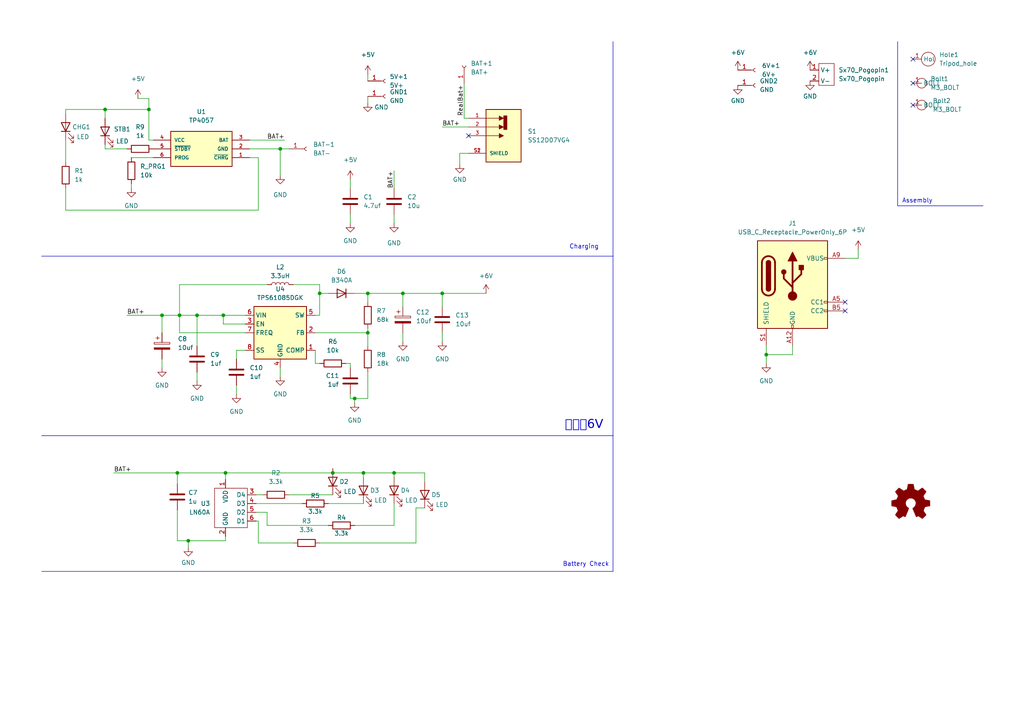
<source format=kicad_sch>
(kicad_sch (version 20231120) (generator "eeschema") (generator_version "8.0")
  (paper "A4")
  (title_block (title "Powerpack for SX70 ") (date "2024-09-09") (rev "2") (company "ZS Liu"))
  (lib_symbols
    (symbol "Connector:Conn_01x01_Female" (pin_names (offset 1.016) hide)
      (property "Reference" "J" (at 0 2.54 0))
      (property "Value" "Conn_01x01_Female" (at 0 -2.54 0))
      (symbol "Conn_01x01_Female_1_1"
        (polyline (pts (xy -1.27 0) (xy -0.508 0)) (stroke (width 0.1524)))
        (arc (start 0 0.508) (mid -0.5058 0) (end 0 -0.508) (stroke (width 0.1524)))
        (pin passive line (at -5.08 0 0) (length 3.81) (name "Pin_1") (number "1"))
      )
    )
    (symbol "Connector:USB_C_Receptacle_PowerOnly_6P" (pin_names (offset 1.016))
      (property "Reference" "J" (at 0 16.51 0))
      (property "Value" "USB_C_Receptacle_PowerOnly_6P" (at 0 13.97 0))
      (symbol "USB_C_Receptacle_PowerOnly_6P_0_0"
        (rectangle (start -0.254 -12.7) (end 0.254 -11.684))
        (rectangle (start 10.16 -7.366) (end 9.144 -7.874))
        (rectangle (start 10.16 -4.826) (end 9.144 -5.334))
        (rectangle (start 10.16 7.874) (end 9.144 7.366))
      )
      (symbol "USB_C_Receptacle_PowerOnly_6P_0_1"
        (rectangle (start -10.16 12.7) (end 10.16 -12.7) (stroke (width 0.254)) (fill (type background)))
        (arc (start -8.89 -1.27) (mid -6.985 -3.1667) (end -5.08 -1.27) (stroke (width 0.508)))
        (arc (start -7.62 -1.27) (mid -6.985 -1.9023) (end -6.35 -1.27) (stroke (width 0.254)))
        (arc (start -7.62 -1.27) (mid -6.985 -1.9023) (end -6.35 -1.27) (stroke (width 0.254)) (fill (type outline)))
        (rectangle (start -7.62 -1.27) (end -6.35 6.35) (stroke (width 0.254)) (fill (type outline)))
        (arc (start -6.35 6.35) (mid -6.985 6.9823) (end -7.62 6.35) (stroke (width 0.254)))
        (arc (start -6.35 6.35) (mid -6.985 6.9823) (end -7.62 6.35) (stroke (width 0.254)) (fill (type outline)))
        (arc (start -5.08 6.35) (mid -6.985 8.2467) (end -8.89 6.35) (stroke (width 0.508)))
        (circle (center -2.54 3.683) (radius 0.635) (stroke (width 0.254)) (fill (type outline)))
        (circle (center 0 -3.302) (radius 1.27) (fill (type outline)))
        (polyline (pts (xy -8.89 -1.27) (xy -8.89 6.35)) (stroke (width 0.508)))
        (polyline (pts (xy -5.08 6.35) (xy -5.08 -1.27)) (stroke (width 0.508)))
        (polyline (pts (xy 0 -3.302) (xy 0 6.858)) (stroke (width 0.508)))
        (polyline (pts (xy 0 -0.762) (xy -2.54 1.778) (xy -2.54 3.048)) (stroke (width 0.508)))
        (polyline (pts (xy 0 0.508) (xy 2.54 3.048) (xy 2.54 4.318)) (stroke (width 0.508)))
        (polyline (pts (xy -1.27 6.858) (xy 0 9.398) (xy 1.27 6.858) (xy -1.27 6.858)) (stroke (width 0.254)) (fill (type outline)))
        (rectangle (start 1.905 4.318) (end 3.175 5.588) (stroke (width 0.254)) (fill (type outline)))
      )
      (symbol "USB_C_Receptacle_PowerOnly_6P_1_1"
        (pin passive line (at 0 -17.78 90) (length 5.08) (name "GND") (number "A12"))
        (pin bidirectional line (at 15.24 -5.08 180) (length 5.08) (name "CC1") (number "A5"))
        (pin passive line (at 15.24 7.62 180) (length 5.08) (name "VBUS") (number "A9"))
        (pin passive line (at 0 -17.78 90) (length 5.08) hide (name "GND") (number "B12"))
        (pin bidirectional line (at 15.24 -7.62 180) (length 5.08) (name "CC2") (number "B5"))
        (pin passive line (at 15.24 7.62 180) (length 5.08) hide (name "VBUS") (number "B9"))
        (pin passive line (at -7.62 -17.78 90) (length 5.08) (name "SHIELD") (number "S1"))
      )
    )
    (symbol "Device:C" (pin_numbers hide) (pin_names (offset 0.254))
      (property "Reference" "C" (at 0.635 2.54 0))
      (property "Value" "C" (at 0.635 -2.54 0))
      (symbol "C_0_1"
        (polyline (pts (xy -2.032 -0.762) (xy 2.032 -0.762)) (stroke (width 0.508)))
        (polyline (pts (xy -2.032 0.762) (xy 2.032 0.762)) (stroke (width 0.508)))
      )
      (symbol "C_1_1"
        (pin passive line (at 0 3.81 270) (length 2.794) (name "~") (number "1"))
        (pin passive line (at 0 -3.81 90) (length 2.794) (name "~") (number "2"))
      )
    )
    (symbol "Device:C_Polarized" (pin_numbers hide) (pin_names (offset 0.254))
      (property "Reference" "C" (at 0.635 2.54 0))
      (property "Value" "C_Polarized" (at 0.635 -2.54 0))
      (symbol "C_Polarized_0_1"
        (rectangle (start -2.286 0.508) (end 2.286 1.016))
        (polyline (pts (xy -1.778 2.286) (xy -0.762 2.286)))
        (polyline (pts (xy -1.27 2.794) (xy -1.27 1.778)))
        (rectangle (start 2.286 -0.508) (end -2.286 -1.016) (fill (type outline)))
      )
      (symbol "C_Polarized_1_1"
        (pin passive line (at 0 3.81 270) (length 2.794) (name "~") (number "1"))
        (pin passive line (at 0 -3.81 90) (length 2.794) (name "~") (number "2"))
      )
    )
    (symbol "Device:D" (pin_numbers hide) (pin_names (offset 1.016) hide)
      (property "Reference" "D" (at 0 2.54 0))
      (property "Value" "D" (at 0 -2.54 0))
      (symbol "D_0_1"
        (polyline (pts (xy -1.27 1.27) (xy -1.27 -1.27)) (stroke (width 0.254)))
        (polyline (pts (xy 1.27 0) (xy -1.27 0)))
        (polyline (pts (xy 1.27 1.27) (xy 1.27 -1.27) (xy -1.27 0) (xy 1.27 1.27)) (stroke (width 0.254)))
      )
      (symbol "D_1_1"
        (pin passive line (at -3.81 0 0) (length 2.54) (name "K") (number "1"))
        (pin passive line (at 3.81 0 180) (length 2.54) (name "A") (number "2"))
      )
    )
    (symbol "Device:L" (pin_numbers hide) (pin_names (offset 1.016) hide)
      (property "Reference" "L" (at -1.27 0 90))
      (property "Value" "L" (at 1.905 0 90))
      (symbol "L_0_1"
        (arc (start 0 -2.54) (mid 0.6323 -1.905) (end 0 -1.27))
        (arc (start 0 -1.27) (mid 0.6323 -0.635) (end 0 0))
        (arc (start 0 0) (mid 0.6323 0.635) (end 0 1.27))
        (arc (start 0 1.27) (mid 0.6323 1.905) (end 0 2.54))
      )
      (symbol "L_1_1"
        (pin passive line (at 0 3.81 270) (length 1.27) (name "1") (number "1"))
        (pin passive line (at 0 -3.81 90) (length 1.27) (name "2") (number "2"))
      )
    )
    (symbol "Device:LED" (pin_numbers hide) (pin_names (offset 1.016) hide)
      (property "Reference" "D" (at 0 2.54 0))
      (property "Value" "LED" (at 0 -2.54 0))
      (symbol "LED_0_1"
        (polyline (pts (xy -1.27 -1.27) (xy -1.27 1.27)) (stroke (width 0.254)))
        (polyline (pts (xy -1.27 0) (xy 1.27 0)))
        (polyline (pts (xy 1.27 -1.27) (xy 1.27 1.27) (xy -1.27 0) (xy 1.27 -1.27)) (stroke (width 0.254)))
        (polyline (pts (xy -3.048 -0.762) (xy -4.572 -2.286) (xy -3.81 -2.286) (xy -4.572 -2.286) (xy -4.572 -1.524)))
        (polyline (pts (xy -1.778 -0.762) (xy -3.302 -2.286) (xy -2.54 -2.286) (xy -3.302 -2.286) (xy -3.302 -1.524)))
      )
      (symbol "LED_1_1"
        (pin passive line (at -3.81 0 0) (length 2.54) (name "K") (number "1"))
        (pin passive line (at 3.81 0 180) (length 2.54) (name "A") (number "2"))
      )
    )
    (symbol "Device:R" (pin_numbers hide) (pin_names (offset 0))
      (property "Reference" "R" (at 2.032 0 90))
      (property "Value" "R" (at 0 0 90))
      (symbol "R_0_1"
        (rectangle (start -1.016 -2.54) (end 1.016 2.54) (stroke (width 0.254)))
      )
      (symbol "R_1_1"
        (pin passive line (at 0 3.81 270) (length 1.27) (name "~") (number "1"))
        (pin passive line (at 0 -3.81 90) (length 1.27) (name "~") (number "2"))
      )
    )
    (symbol "Graphic:Logo_Open_Hardware_Small" (in_bom no) (on_board no)
      (symbol "Logo_Open_Hardware_Small_0_1"
        (polyline (pts (xy 3.3528 -4.3434) (xy 3.302 -4.318) (xy 3.175 -4.2418) (xy 2.9972 -4.1148) (xy 2.7686 -3.9624) (xy 2.54 -3.81) (xy 2.3622 -3.7084) (xy 2.2352 -3.6068) (xy 2.1844 -3.5814) (xy 2.159 -3.6068) (xy 2.0574 -3.6576) (xy 1.905 -3.7338) (xy 1.8034 -3.7846) (xy 1.6764 -3.8354) (xy 1.6002 -3.8354) (xy 1.6002 -3.8354) (xy 1.5494 -3.7338) (xy 1.4732 -3.5306) (xy 1.3462 -3.302) (xy 1.2446 -3.0226) (xy 1.1176 -2.7178) (xy 0.9652 -2.413) (xy 0.8636 -2.1082) (xy 0.7366 -1.8288) (xy 0.6604 -1.6256) (xy 0.6096 -1.4732) (xy 0.5842 -1.397) (xy 0.5842 -1.397) (xy 0.6604 -1.3208) (xy 0.7874 -1.2446) (xy 1.0414 -1.016) (xy 1.2954 -0.6858) (xy 1.4478 -0.3302) (xy 1.524 0.0762) (xy 1.4732 0.4572) (xy 1.3208 0.8128) (xy 1.0668 1.143) (xy 0.762 1.3716) (xy 0.4064 1.524) (xy 0 1.5748) (xy -0.381 1.5494) (xy -0.7366 1.397) (xy -1.0668 1.143) (xy -1.2192 0.9906) (xy -1.397 0.6604) (xy -1.524 0.3048) (xy -1.524 0.2286) (xy -1.4986 -0.1778) (xy -1.397 -0.5334) (xy -1.1938 -0.8636) (xy -0.9144 -1.143) (xy -0.8636 -1.1684) (xy -0.7366 -1.27) (xy -0.635 -1.3462) (xy -0.5842 -1.397) (xy -1.0668 -2.5908) (xy -1.143 -2.794) (xy -1.2954 -3.1242) (xy -1.397 -3.4036) (xy -1.4986 -3.6322) (xy -1.5748 -3.7846) (xy -1.6002 -3.8354) (xy -1.6002 -3.8354) (xy -1.651 -3.8354) (xy -1.7272 -3.81) (xy -1.905 -3.7338) (xy -2.0066 -3.683) (xy -2.1336 -3.6068) (xy -2.2098 -3.5814) (xy -2.2606 -3.6068) (xy -2.3622 -3.683) (xy -2.54 -3.81) (xy -2.7686 -3.9624) (xy -2.9718 -4.0894) (xy -3.1496 -4.2164) (xy -3.302 -4.318) (xy -3.3528 -4.3434) (xy -3.3782 -4.3434) (xy -3.429 -4.318) (xy -3.5306 -4.2164) (xy -3.7084 -4.064) (xy -3.937 -3.8354) (xy -3.9624 -3.81) (xy -4.1656 -3.6068) (xy -4.318 -3.4544) (xy -4.4196 -3.3274) (xy -4.445 -3.2766) (xy -4.445 -3.2766) (xy -4.4196 -3.2258) (xy -4.318 -3.0734) (xy -4.2164 -2.8956) (xy -4.064 -2.667) (xy -3.6576 -2.0828) (xy -3.8862 -1.5494) (xy -3.937 -1.3716) (xy -4.0386 -1.1684) (xy -4.0894 -1.0414) (xy -4.1148 -0.9652) (xy -4.191 -0.9398) (xy -4.318 -0.9144) (xy -4.5466 -0.8636) (xy -4.8006 -0.8128) (xy -5.0546 -0.7874) (xy -5.2578 -0.7366) (xy -5.4356 -0.7112) (xy -5.5118 -0.6858) (xy -5.5118 -0.6858) (xy -5.5372 -0.635) (xy -5.5372 -0.5588) (xy -5.5372 -0.4318) (xy -5.5626 -0.2286) (xy -5.5626 0.0762) (xy -5.5626 0.127) (xy -5.5372 0.4064) (xy -5.5372 0.635) (xy -5.5372 0.762) (xy -5.5372 0.8382) (xy -5.5372 0.8382) (xy -5.461 0.8382) (xy -5.3086 0.889) (xy -5.08 0.9144) (xy -4.826 0.9652) (xy -4.8006 0.9906) (xy -4.5466 1.0414) (xy -4.318 1.0668) (xy -4.1656 1.1176) (xy -4.0894 1.143) (xy -4.0894 1.143) (xy -4.0386 1.2446) (xy -3.9624 1.4224) (xy -3.8608 1.6256) (xy -3.7846 1.8288) (xy -3.7084 2.0066) (xy -3.6576 2.159) (xy -3.6322 2.2098) (xy -3.6322 2.2098) (xy -3.683 2.286) (xy -3.7592 2.413) (xy -3.8862 2.5908) (xy -4.064 2.8194) (xy -4.064 2.8448) (xy -4.2164 3.0734) (xy -4.3434 3.2512) (xy -4.4196 3.3782) (xy -4.445 3.4544) (xy -4.445 3.4544) (xy -4.3942 3.5052) (xy -4.2926 3.6322) (xy -4.1148 3.81) (xy -3.937 4.0132) (xy -3.8608 4.064) (xy -3.6576 4.2926) (xy -3.5052 4.4196) (xy -3.4036 4.4958) (xy -3.3528 4.5212) (xy -3.3528 4.5212) (xy -3.302 4.4704) (xy -3.1496 4.3688) (xy -2.9718 4.2418) (xy -2.7432 4.0894) (xy -2.7178 4.0894) (xy -2.4892 3.937) (xy -2.3114 3.81) (xy -2.1844 3.7084) (xy -2.1336 3.683) (xy -2.1082 3.683) (xy -2.032 3.7084) (xy -1.8542 3.7592) (xy -1.6764 3.8354) (xy -1.4732 3.937) (xy -1.27 4.0132) (xy -1.143 4.064) (xy -1.0668 4.1148) (xy -1.0668 4.1148) (xy -1.0414 4.191) (xy -1.016 4.3434) (xy -0.9652 4.572) (xy -0.9144 4.8514) (xy -0.889 4.9022) (xy -0.8382 5.1562) (xy -0.8128 5.3848) (xy -0.7874 5.5372) (xy -0.762 5.588) (xy -0.7112 5.6134) (xy -0.5842 5.6134) (xy -0.4064 5.6134) (xy -0.1524 5.6134) (xy 0.0762 5.6134) (xy 0.3302 5.6134) (xy 0.5334 5.6134) (xy 0.6858 5.588) (xy 0.7366 5.588) (xy 0.7366 5.588) (xy 0.762 5.5118) (xy 0.8128 5.334) (xy 0.8382 5.1054) (xy 0.9144 4.826) (xy 0.9144 4.7752) (xy 0.9652 4.5212) (xy 1.016 4.2926) (xy 1.0414 4.1402) (xy 1.0668 4.0894) (xy 1.0668 4.0894) (xy 1.1938 4.0386) (xy 1.3716 3.9624) (xy 1.5748 3.8608) (xy 2.0828 3.6576) (xy 2.7178 4.0894) (xy 2.7686 4.1402) (xy 2.9972 4.2926) (xy 3.175 4.4196) (xy 3.302 4.4958) (xy 3.3782 4.5212) (xy 3.3782 4.5212) (xy 3.429 4.4704) (xy 3.556 4.3434) (xy 3.7338 4.191) (xy 3.9116 3.9878) (xy 4.064 3.8354) (xy 4.2418 3.6576) (xy 4.3434 3.556) (xy 4.4196 3.4798) (xy 4.4196 3.429) (xy 4.4196 3.4036) (xy 4.3942 3.3274) (xy 4.2926 3.2004) (xy 4.1656 2.9972) (xy 4.0132 2.794) (xy 3.8862 2.5908) (xy 3.7592 2.3876) (xy 3.6576 2.2352) (xy 3.6322 2.159) (xy 3.6322 2.1336) (xy 3.683 2.0066) (xy 3.7592 1.8288) (xy 3.8608 1.6002) (xy 4.064 1.1176) (xy 4.3942 1.0414) (xy 4.5974 1.016) (xy 4.8768 0.9652) (xy 5.1308 0.9144) (xy 5.5372 0.8382) (xy 5.5626 -0.6604) (xy 5.4864 -0.6858) (xy 5.4356 -0.6858) (xy 5.2832 -0.7366) (xy 5.0546 -0.762) (xy 4.8006 -0.8128) (xy 4.5974 -0.8636) (xy 4.3688 -0.9144) (xy 4.2164 -0.9398) (xy 4.1402 -0.9398) (xy 4.1148 -0.9652) (xy 4.064 -1.0668) (xy 3.9878 -1.2446) (xy 3.9116 -1.4478) (xy 3.81 -1.651) (xy 3.7338 -1.8542) (xy 3.683 -2.0066) (xy 3.6576 -2.0828) (xy 3.683 -2.1336) (xy 3.7846 -2.2606) (xy 3.8862 -2.4638) (xy 4.0386 -2.667) (xy 4.191 -2.8956) (xy 4.318 -3.0734) (xy 4.3942 -3.2004) (xy 4.445 -3.2766) (xy 4.4196 -3.3274) (xy 4.3434 -3.429) (xy 4.1656 -3.5814) (xy 3.937 -3.8354) (xy 3.8862 -3.8608) (xy 3.683 -4.064) (xy 3.5306 -4.2164) (xy 3.4036 -4.318) (xy 3.3528 -4.3434)) (fill (type outline)))
      )
    )
    (symbol "Jimmy_Library:LN60A"
      (property "Reference" "U" (at 0 6.35 0))
      (property "Value" "LN60A" (at -6.985 -1.905 90))
      (symbol "LN60A_0_1"
        (rectangle (start -5.715 3.81) (end 3.81 -7.62))
      )
      (symbol "LN60A_1_1"
        (pin input line (at -2.54 6.35 270) (length 2.54) (name "VDD") (number "1"))
        (pin input line (at -2.54 -10.16 90) (length 2.54) (name "GND") (number "2"))
        (pin input line (at 6.35 1.905 180) (length 2.54) (name "D4") (number "3"))
        (pin input line (at 6.35 -0.635 180) (length 2.54) (name "D3") (number "4"))
        (pin input line (at 6.35 -3.175 180) (length 2.54) (name "D2") (number "5"))
        (pin input line (at 6.35 -5.715 180) (length 2.54) (name "D1") (number "6"))
      )
    )
    (symbol "Jimmy_Library:M3_BOLT"
      (property "Reference" "Bolt" (at 0 3.175 0))
      (property "Value" "M3_BOLT" (at 0 -2.54 0))
      (symbol "M3_BOLT_0_1"
        (circle (center 0 0) (radius 1.4199))
      )
      (symbol "M3_BOLT_1_1"
        (pin bidirectional line (at -2.54 0 0) (length 2.54) (name "BOLT") (number "1"))
      )
    )
    (symbol "Jimmy_Library:Sx70_Pogopin"
      (property "Reference" "Sx70_Pogopin" (at 0 0 0))
      (property "Value" "Sx70_Pogopin" (at 0 0 0))
      (symbol "Sx70_Pogopin_0_1"
        (rectangle (start -6.35 8.255) (end -1.905 1.905))
      )
      (symbol "Sx70_Pogopin_1_1"
        (pin bidirectional line (at -8.89 6.35 0) (length 2.54) (name "V+") (number "1"))
        (pin bidirectional line (at -8.89 3.175 0) (length 2.54) (name "V-") (number "2"))
      )
    )
    (symbol "Jimmy_Library:Tripod_hole"
      (property "Reference" "Hole" (at 0 4.445 0))
      (property "Value" "Tripod_hole" (at 0 -2.54 0))
      (symbol "Tripod_hole_0_1"
        (circle (center 0 1.27) (radius 2.008))
      )
      (symbol "Tripod_hole_1_1"
        (pin bidirectional line (at -4.445 1.27 0) (length 2.54) (name "Hol") (number "1"))
      )
    )
    (symbol "Regulator_Switching:TPS61085DGK"
      (property "Reference" "U" (at -7.62 10.16 0))
      (property "Value" "TPS61085DGK" (at 1.27 8.89 0))
      (symbol "TPS61085DGK_0_1"
        (rectangle (start -7.62 7.62) (end 7.62 -7.62) (stroke (width 0.254)) (fill (type background)))
      )
      (symbol "TPS61085DGK_1_1"
        (pin passive line (at 10.16 -5.08 180) (length 2.54) (name "COMP") (number "1"))
        (pin input line (at 10.16 0 180) (length 2.54) (name "FB") (number "2"))
        (pin input line (at -10.16 2.54 0) (length 2.54) (name "EN") (number "3"))
        (pin power_in line (at 0 -10.16 90) (length 2.54) (name "GND") (number "4"))
        (pin power_out line (at 10.16 5.08 180) (length 2.54) (name "SW") (number "5"))
        (pin power_in line (at -10.16 5.08 0) (length 2.54) (name "VIN") (number "6"))
        (pin input line (at -10.16 0 0) (length 2.54) (name "FREQ") (number "7"))
        (pin passive line (at -10.16 -5.08 0) (length 2.54) (name "SS") (number "8"))
      )
    )
    (symbol "SS12D07VG4:SS12D07VG4" (pin_names (offset 1.016))
      (property "Reference" "S" (at -5.08 8.89 0))
      (property "Value" "SS12D07VG4" (at -5.08 -8.89 0))
      (symbol "SS12D07VG4_0_0"
        (rectangle (start -5.08 -7.62) (end 5.08 7.62) (stroke (width 0.254)) (fill (type background)))
        (polyline (pts (xy -5.08 0) (xy -1.27 0)) (stroke (width 0.1524)))
        (polyline (pts (xy -5.08 2.54) (xy -1.27 2.54)) (stroke (width 0.1524)))
        (polyline (pts (xy -5.08 5.08) (xy -1.27 5.08)) (stroke (width 0.1524)))
        (polyline (pts (xy -1.27 0.635) (xy -1.27 -0.635) (xy 0 0) (xy -1.27 0.635)) (stroke (width 0.1524)) (fill (type outline)))
        (polyline (pts (xy -1.27 3.175) (xy -1.27 1.905) (xy 0 2.54) (xy -1.27 3.175)) (stroke (width 0.1524)) (fill (type outline)))
        (polyline (pts (xy -1.27 5.715) (xy -1.27 4.445) (xy 0 5.08) (xy -1.27 5.715)) (stroke (width 0.1524)) (fill (type outline)))
        (polyline (pts (xy 0 5.842) (xy 0 1.778) (xy 1.016 1.778) (xy 1.016 5.842) (xy 0 5.842)) (stroke (width 0.0254)) (fill (type outline)))
        (pin passive line (at -10.16 5.08 0) (length 5.08) (name "~") (number "1"))
        (pin passive line (at -10.16 2.54 0) (length 5.08) (name "~") (number "2"))
        (pin passive line (at -10.16 0 0) (length 5.08) (name "~") (number "3"))
        (pin passive line (at -10.16 -5.08 0) (length 5.08) (name "SHIELD") (number "S1"))
        (pin passive line (at -10.16 -5.08 0) (length 5.08) (name "SHIELD") (number "S2"))
      )
    )
    (symbol "TP4057:TP4057" (pin_names (offset 1.016))
      (property "Reference" "U" (at -7.62 5.842 0))
      (property "Value" "TP4057" (at -7.62 -7.62 0))
      (symbol "TP4057_0_0"
        (rectangle (start -7.62 -5.08) (end 10.16 5.08) (stroke (width 0.254)) (fill (type background)))
        (pin open_collector line (at -12.7 2.54 0) (length 5.08) (name "~{CHRG}") (number "1"))
        (pin power_in line (at -12.7 0 0) (length 5.08) (name "GND") (number "2"))
        (pin power_in line (at -12.7 -2.54 0) (length 5.08) (name "BAT") (number "3"))
        (pin power_in line (at 15.24 -2.54 180) (length 5.08) (name "VCC") (number "4"))
        (pin open_collector line (at 15.24 0 180) (length 5.08) (name "~{STDBY}") (number "5"))
        (pin input line (at 15.24 2.54 180) (length 5.08) (name "PROG") (number "6"))
      )
    )
    (symbol "power:+5V" (power) (pin_names (offset 0))
      (property "Value" "+5V" (at 0 3.556 0))
      (symbol "+5V_0_1"
        (polyline (pts (xy -0.762 1.27) (xy 0 2.54)))
        (polyline (pts (xy 0 0) (xy 0 2.54)))
        (polyline (pts (xy 0 2.54) (xy 0.762 1.27)))
      )
      (symbol "+5V_1_1"
        (pin power_in line (at 0 0 90) (length 0) hide (name "+5V") (number "1"))
      )
    )
    (symbol "power:+6V" (power) (pin_names (offset 0))
      (property "Value" "+6V" (at 0 3.556 0))
      (symbol "+6V_0_1"
        (polyline (pts (xy -0.762 1.27) (xy 0 2.54)))
        (polyline (pts (xy 0 0) (xy 0 2.54)))
        (polyline (pts (xy 0 2.54) (xy 0.762 1.27)))
      )
      (symbol "+6V_1_1"
        (pin power_in line (at 0 0 90) (length 0) hide (name "+6V") (number "1"))
      )
    )
    (symbol "power:GND" (power) (pin_names (offset 0))
      (property "Value" "GND" (at 0 -3.81 0))
      (symbol "GND_0_1"
        (polyline (pts (xy 0 0) (xy 0 -1.27) (xy 1.27 -1.27) (xy 0 -2.54) (xy -1.27 -1.27) (xy 0 -1.27)))
      )
      (symbol "GND_1_1"
        (pin power_in line (at 0 0 270) (length 0) hide (name "GND") (number "1"))
      )
    )
  )
  (junction (at 57.15 91.44))
  (junction (at 105.41 137.16))
  (junction (at 54.61 156.845))
  (junction (at 102.87 115.57))
  (junction (at 222.25 102.87))
  (junction (at 30.48 31.75))
  (junction (at 106.68 85.09))
  (junction (at 64.77 91.44))
  (junction (at 43.18 31.75))
  (junction (at 116.84 85.09))
  (junction (at 114.3 137.16))
  (junction (at 46.99 91.44))
  (junction (at 106.68 96.52))
  (junction (at 96.52 137.16))
  (junction (at 52.07 91.44))
  (junction (at 92.71 85.09))
  (junction (at 128.27 85.09))
  (junction (at 51.435 137.16))
  (junction (at 81.28 43.18))
  (junction (at 65.405 137.16))
  (no_connect (at 264.795 24.13))
  (no_connect (at 264.795 30.48))
  (no_connect (at 245.11 90.17))
  (no_connect (at 264.795 17.145))
  (no_connect (at 135.89 39.37))
  (no_connect (at 245.11 87.63))
  (wire (pts (xy 74.295 143.51) (xy 76.2 143.51)))
  (wire (pts (xy 120.65 147.32) (xy 123.19 147.32)))
  (polyline (pts (xy 260.35 59.69) (xy 285.115 59.69)))
  (wire (pts (xy 106.68 115.57) (xy 102.87 115.57)))
  (wire (pts (xy 116.84 85.09) (xy 106.68 85.09)))
  (wire (pts (xy 102.87 152.4) (xy 114.3 152.4)))
  (wire (pts (xy 248.92 74.93) (xy 245.11 74.93)))
  (wire (pts (xy 101.6 64.77) (xy 101.6 62.23)))
  (polyline (pts (xy 177.8 126.365) (xy 177.8 165.735)))
  (wire (pts (xy 33.02 137.16) (xy 51.435 137.16)))
  (wire (pts (xy 222.25 102.87) (xy 229.87 102.87)))
  (wire (pts (xy 106.68 21.59) (xy 106.68 23.495)))
  (wire (pts (xy 19.05 33.02) (xy 19.05 31.75)))
  (wire (pts (xy 120.65 157.48) (xy 92.71 157.48)))
  (wire (pts (xy 77.47 82.55) (xy 52.07 82.55)))
  (wire (pts (xy 74.295 151.13) (xy 74.93 151.13)))
  (wire (pts (xy 106.68 100.33) (xy 106.68 96.52)))
  (wire (pts (xy 68.58 101.6) (xy 68.58 104.14)))
  (wire (pts (xy 116.84 88.9) (xy 116.84 85.09)))
  (wire (pts (xy 81.28 109.22) (xy 81.28 106.68)))
  (wire (pts (xy 106.68 29.845) (xy 106.68 27.94)))
  (wire (pts (xy 105.41 138.43) (xy 105.41 137.16)))
  (wire (pts (xy 123.19 137.16) (xy 114.3 137.16)))
  (wire (pts (xy 128.27 99.06) (xy 128.27 96.52)))
  (polyline (pts (xy 260.35 12.065) (xy 260.35 59.69)))
  (wire (pts (xy 101.6 105.41) (xy 100.33 105.41)))
  (wire (pts (xy 114.3 152.4) (xy 114.3 146.05)))
  (polyline (pts (xy 12.065 74.295) (xy 177.8 74.295)))
  (wire (pts (xy 248.92 72.39) (xy 248.92 74.93)))
  (wire (pts (xy 128.27 36.83) (xy 135.89 36.83)))
  (wire (pts (xy 38.1 53.34) (xy 38.1 54.61)))
  (polyline (pts (xy 177.8 74.295) (xy 177.8 126.365)))
  (wire (pts (xy 134.62 34.29) (xy 135.89 34.29)))
  (polyline (pts (xy 12.065 126.365) (xy 177.8 126.365)))
  (wire (pts (xy 19.05 31.75) (xy 30.48 31.75)))
  (wire (pts (xy 57.15 91.44) (xy 64.77 91.44)))
  (wire (pts (xy 64.77 91.44) (xy 64.77 93.98)))
  (wire (pts (xy 19.05 54.61) (xy 19.05 60.96)))
  (wire (pts (xy 96.52 135.89) (xy 96.52 137.16)))
  (wire (pts (xy 51.435 147.955) (xy 51.435 156.845)))
  (wire (pts (xy 51.435 156.845) (xy 54.61 156.845)))
  (wire (pts (xy 140.97 85.09) (xy 128.27 85.09)))
  (wire (pts (xy 46.99 91.44) (xy 36.83 91.44)))
  (wire (pts (xy 74.93 45.72) (xy 72.39 45.72)))
  (wire (pts (xy 19.05 40.64) (xy 19.05 46.99)))
  (wire (pts (xy 71.12 96.52) (xy 52.07 96.52)))
  (wire (pts (xy 74.295 146.05) (xy 87.63 146.05)))
  (wire (pts (xy 65.405 137.16) (xy 51.435 137.16)))
  (wire (pts (xy 101.6 115.57) (xy 101.6 114.3)))
  (wire (pts (xy 65.405 155.575) (xy 65.405 156.845)))
  (wire (pts (xy 229.87 100.33) (xy 229.87 102.87)))
  (wire (pts (xy 30.48 43.18) (xy 36.83 43.18)))
  (wire (pts (xy 114.3 54.61) (xy 114.3 49.53)))
  (wire (pts (xy 43.18 28.575) (xy 40.005 28.575)))
  (wire (pts (xy 77.47 152.4) (xy 95.25 152.4)))
  (wire (pts (xy 85.09 82.55) (xy 92.71 82.55)))
  (wire (pts (xy 83.82 143.51) (xy 96.52 143.51)))
  (wire (pts (xy 96.52 137.16) (xy 105.41 137.16)))
  (wire (pts (xy 68.58 114.3) (xy 68.58 111.76)))
  (wire (pts (xy 77.47 148.59) (xy 77.47 152.4)))
  (wire (pts (xy 101.6 52.07) (xy 101.6 54.61)))
  (wire (pts (xy 74.93 157.48) (xy 85.09 157.48)))
  (wire (pts (xy 64.77 93.98) (xy 71.12 93.98)))
  (wire (pts (xy 46.99 91.44) (xy 52.07 91.44)))
  (wire (pts (xy 133.35 47.625) (xy 133.35 44.45)))
  (wire (pts (xy 106.68 85.09) (xy 106.68 87.63)))
  (wire (pts (xy 64.77 91.44) (xy 71.12 91.44)))
  (wire (pts (xy 134.62 34.29) (xy 134.62 24.13)))
  (wire (pts (xy 30.48 34.29) (xy 30.48 31.75)))
  (wire (pts (xy 95.25 85.09) (xy 92.71 85.09)))
  (wire (pts (xy 101.6 106.68) (xy 101.6 105.41)))
  (wire (pts (xy 72.39 40.64) (xy 82.55 40.64)))
  (wire (pts (xy 77.47 148.59) (xy 74.295 148.59)))
  (wire (pts (xy 65.405 139.065) (xy 65.405 137.16)))
  (wire (pts (xy 54.61 156.845) (xy 54.61 158.75)))
  (wire (pts (xy 52.07 82.55) (xy 52.07 91.44)))
  (wire (pts (xy 91.44 105.41) (xy 91.44 101.6)))
  (polyline (pts (xy 177.8 12.065) (xy 177.8 74.295)))
  (wire (pts (xy 102.87 85.09) (xy 106.68 85.09)))
  (wire (pts (xy 133.35 44.45) (xy 135.89 44.45)))
  (wire (pts (xy 222.25 102.87) (xy 222.25 100.33)))
  (wire (pts (xy 51.435 137.16) (xy 51.435 140.335)))
  (wire (pts (xy 74.93 151.13) (xy 74.93 157.48)))
  (wire (pts (xy 106.68 96.52) (xy 106.68 95.25)))
  (wire (pts (xy 72.39 43.18) (xy 81.28 43.18)))
  (wire (pts (xy 123.19 139.7) (xy 123.19 137.16)))
  (wire (pts (xy 92.71 91.44) (xy 91.44 91.44)))
  (wire (pts (xy 81.28 50.8) (xy 81.28 43.18)))
  (wire (pts (xy 106.68 107.95) (xy 106.68 115.57)))
  (wire (pts (xy 65.405 156.845) (xy 54.61 156.845)))
  (wire (pts (xy 30.48 41.91) (xy 30.48 43.18)))
  (wire (pts (xy 46.99 106.68) (xy 46.99 104.14)))
  (wire (pts (xy 95.25 146.05) (xy 105.41 146.05)))
  (wire (pts (xy 114.3 62.23) (xy 114.3 64.77)))
  (wire (pts (xy 43.18 40.64) (xy 44.45 40.64)))
  (wire (pts (xy 46.99 96.52) (xy 46.99 91.44)))
  (wire (pts (xy 116.84 85.09) (xy 128.27 85.09)))
  (wire (pts (xy 57.15 91.44) (xy 57.15 100.33)))
  (wire (pts (xy 52.07 91.44) (xy 57.15 91.44)))
  (wire (pts (xy 92.71 105.41) (xy 91.44 105.41)))
  (wire (pts (xy 52.07 96.52) (xy 52.07 91.44)))
  (wire (pts (xy 128.27 88.9) (xy 128.27 85.09)))
  (wire (pts (xy 92.71 82.55) (xy 92.71 85.09)))
  (wire (pts (xy 116.84 99.06) (xy 116.84 96.52)))
  (wire (pts (xy 91.44 96.52) (xy 106.68 96.52)))
  (wire (pts (xy 43.18 31.75) (xy 43.18 40.64)))
  (wire (pts (xy 81.28 43.18) (xy 83.82 43.18)))
  (wire (pts (xy 102.87 115.57) (xy 102.87 116.84)))
  (wire (pts (xy 71.12 101.6) (xy 68.58 101.6)))
  (wire (pts (xy 120.65 147.32) (xy 120.65 157.48)))
  (wire (pts (xy 43.18 28.575) (xy 43.18 31.75)))
  (wire (pts (xy 101.6 115.57) (xy 102.87 115.57)))
  (wire (pts (xy 57.15 110.49) (xy 57.15 107.95)))
  (wire (pts (xy 114.3 138.43) (xy 114.3 137.16)))
  (wire (pts (xy 222.25 105.41) (xy 222.25 102.87)))
  (wire (pts (xy 105.41 137.16) (xy 114.3 137.16)))
  (polyline (pts (xy 12.065 165.735) (xy 177.8 165.735)))
  (wire (pts (xy 92.71 85.09) (xy 92.71 91.44)))
  (wire (pts (xy 38.1 45.72) (xy 44.45 45.72)))
  (wire (pts (xy 74.93 60.96) (xy 74.93 45.72)))
  (wire (pts (xy 65.405 137.16) (xy 96.52 137.16)))
  (wire (pts (xy 19.05 60.96) (xy 74.93 60.96)))
  (wire (pts (xy 30.48 31.75) (xy 43.18 31.75)))
  (text "电池转6V" (at 169.418 123.952 0) (effects (font (size 2.54 2.54))))
  (text "Assembly" (at 261.62 59.055 0) (effects (font (size 1.27 1.27)) (justify left bottom)))
  (text "Battery Check" (at 163.195 164.465 0) (effects (font (size 1.27 1.27)) (justify left bottom)))
  (text "Charging" (at 165.1 72.39 0) (effects (font (size 1.27 1.27)) (justify left bottom)))
  (label "BAT+" (at 114.3 49.53 270))
  (label "BAT+" (at 82.55 40.64 180))
  (label "RealBat+" (at 134.62 33.655 90))
  (label "BAT+" (at 36.83 91.44 0))
  (label "BAT+" (at 33.02 137.16 0))
  (label "BAT+" (at 128.27 36.83 0))
  (symbol (lib_id "Device:C") (at 101.6 110.49 0) (unit 1)
    (property "Reference" "C11" (at 94.488 108.966 0) (effects (justify left)))
    (property "Value" "1uf" (at 94.996 111.506 0) (effects (justify left)))
    (property "Footprint" "Capacitor_SMD:C_0603_1608Metric_Pad1.08x0.95mm_HandSolder" (effects (hide yes)))
    (property "Description" "Unpolarized capacitor" (effects (hide yes)))
  )
  (symbol (lib_id "Device:C_Polarized") (at 116.84 92.71 0) (unit 1)
    (property "Reference" "C12" (at 120.65 90.5509 0) (effects (justify left)))
    (property "Value" "10uf" (at 120.65 93.0909 0) (effects (justify left)))
    (property "Footprint" "Capacitor_Tantalum_SMD:CP_EIA-3216-18_Kemet-A" (effects (hide yes)))
    (property "Description" "Polarized capacitor" (effects (hide yes)))
  )
  (symbol (lib_id "Connector:USB_C_Receptacle_PowerOnly_6P") (at 229.87 82.55 0) (unit 1)
    (property "Reference" "J1" (at 229.87 64.77 0))
    (property "Value" "USB_C_Receptacle_PowerOnly_6P" (at 229.87 67.31 0))
    (property "Footprint" "Connector_USB:USB_C_Receptacle_GCT_USB4125-xx-x-0190_6P_TopMnt_Horizontal" (effects (hide yes)))
    (property "Datasheet" "https://www.usb.org/sites/default/files/documents/usb_type-c.zip" (effects (hide yes)))
    (property "Description" "USB Power-Only 6P Type-C Receptacle connector" (effects (hide yes)))
  )
  (symbol (lib_id "Device:C") (at 101.6 58.42 180) (unit 1)
    (property "Reference" "C1" (at 105.41 57.1499 0) (effects (justify right)))
    (property "Value" "4.7uf" (at 105.41 59.6899 0) (effects (justify right)))
    (property "Footprint" "Capacitor_SMD:C_0805_2012Metric_Pad1.18x1.45mm_HandSolder" (effects (hide yes)))
  )
  (symbol (lib_id "Device:R") (at 99.06 152.4 90) (unit 1)
    (property "Reference" "R4" (at 99.06 150.114 90))
    (property "Value" "3.3k" (at 99.06 154.686 90))
    (property "Footprint" "Resistor_SMD:R_0603_1608Metric_Pad0.98x0.95mm_HandSolder" (effects (hide yes)))
  )
  (symbol (lib_id "Connector:Conn_01x01_Female") (at 111.76 23.495 0) (unit 1)
    (property "Reference" "5V+1" (at 113.03 22.2249 0) (effects (justify left)))
    (property "Value" "5V+" (at 113.03 24.7649 0) (effects (justify left)))
    (property "Footprint" "Connector_Wire:SolderWirePad_1x01_SMD_5x10mm" (effects (hide yes)))
  )
  (symbol (lib_id "Connector:Conn_01x01_Female") (at 219.075 24.765 0) (unit 1)
    (property "Reference" "GND2" (at 220.345 23.4949 0) (effects (justify left)))
    (property "Value" "GND" (at 220.345 26.0349 0) (effects (justify left)))
    (property "Footprint" "Connector_Wire:SolderWirePad_1x01_SMD_1x2mm" (effects (hide yes)))
  )
  (symbol (lib_id "Device:R") (at 19.05 50.8 180) (unit 1)
    (property "Reference" "R1" (at 21.59 49.5299 0) (effects (justify right)))
    (property "Value" "1k" (at 21.59 52.0699 0) (effects (justify right)))
    (property "Footprint" "Resistor_SMD:R_0603_1608Metric_Pad0.98x0.95mm_HandSolder" (effects (hide yes)))
  )
  (symbol (lib_id "Device:LED") (at 19.05 36.83 90) (unit 1)
    (property "Reference" "CHG1" (at 20.955 36.83 90) (effects (justify right)))
    (property "Value" "LED" (at 22.225 39.6874 90) (effects (justify right)))
    (property "Footprint" "LED_SMD:LED_0805_2012Metric_Pad1.15x1.40mm_HandSolder" (effects (hide yes)))
  )
  (symbol (lib_id "Device:R") (at 38.1 49.53 180) (unit 1)
    (property "Reference" "R_PRG1" (at 40.64 48.2599 0) (effects (justify right)))
    (property "Value" "10k" (at 40.64 50.7999 0) (effects (justify right)))
    (property "Footprint" "Resistor_SMD:R_0603_1608Metric_Pad0.98x0.95mm_HandSolder" (effects (hide yes)))
  )
  (symbol (lib_id "Connector:Conn_01x01_Female") (at 111.76 27.94 0) (unit 1)
    (property "Reference" "GND1" (at 113.03 26.6699 0) (effects (justify left)))
    (property "Value" "GND" (at 113.03 29.2099 0) (effects (justify left)))
    (property "Footprint" "Connector_Wire:SolderWirePad_1x01_SMD_5x10mm" (effects (hide yes)))
  )
  (symbol (lib_id "Device:R") (at 106.68 91.44 0) (unit 1)
    (property "Reference" "R7" (at 109.22 90.1699 0) (effects (justify left)))
    (property "Value" "68k" (at 109.22 92.7099 0) (effects (justify left)))
    (property "Footprint" "Resistor_SMD:R_0603_1608Metric_Pad0.98x0.95mm_HandSolder" (effects (hide yes)))
    (property "Description" "Resistor" (effects (hide yes)))
  )
  (symbol (lib_id "Device:LED") (at 123.19 143.51 90) (unit 1)
    (property "Reference" "D5" (at 125.095 143.51 90) (effects (justify right)))
    (property "Value" "LED" (at 126.365 146.3674 90) (effects (justify right)))
    (property "Footprint" "LED_SMD:LED_0805_2012Metric_Pad1.15x1.40mm_HandSolder" (effects (hide yes)))
  )
  (symbol (lib_id "power:GND") (at 213.995 24.765 0) (unit 1)
    (property "Reference" "#PWR0112" (effects (hide yes)))
    (property "Value" "GND" (at 213.995 29.21 0))
  )
  (symbol (lib_id "Connector:Conn_01x01_Female") (at 219.075 20.32 0) (unit 1)
    (property "Reference" "6V+1" (at 220.98 19.0499 0) (effects (justify left)))
    (property "Value" "6V+" (at 220.98 21.5899 0) (effects (justify left)))
    (property "Footprint" "Connector_Wire:SolderWirePad_1x01_SMD_1x2mm" (effects (hide yes)))
  )
  (symbol (lib_id "Device:LED") (at 114.3 142.24 90) (unit 1)
    (property "Reference" "D4" (at 116.205 142.24 90) (effects (justify right)))
    (property "Value" "LED" (at 117.475 145.0974 90) (effects (justify right)))
    (property "Footprint" "LED_SMD:LED_0805_2012Metric_Pad1.15x1.40mm_HandSolder" (effects (hide yes)))
  )
  (symbol (lib_id "power:GND") (at 57.15 110.49 0) (unit 1)
    (property "Reference" "#PWR02" (effects (hide yes)))
    (property "Value" "GND" (at 57.15 115.57 0))
    (property "Description" "Power symbol creates a global label with name \"GND\" , ground" (effects (hide yes)))
  )
  (symbol (lib_id "power:GND") (at 38.1 54.61 0) (unit 1)
    (property "Reference" "#PWR0102" (effects (hide yes)))
    (property "Value" "GND" (at 38.1 59.69 0))
  )
  (symbol (lib_id "Device:LED") (at 30.48 38.1 90) (unit 1)
    (property "Reference" "STB1" (at 33.02 37.465 90) (effects (justify right)))
    (property "Value" "LED" (at 33.655 40.9574 90) (effects (justify right)))
    (property "Footprint" "LED_SMD:LED_0805_2012Metric_Pad1.15x1.40mm_HandSolder" (effects (hide yes)))
  )
  (symbol (lib_id "power:GND") (at 234.95 23.495 0) (unit 1)
    (property "Reference" "#PWR0115" (effects (hide yes)))
    (property "Value" "GND" (at 234.95 27.94 0))
  )
  (symbol (lib_id "power:GND") (at 68.58 114.3 0) (unit 1)
    (property "Reference" "#PWR03" (effects (hide yes)))
    (property "Value" "GND" (at 68.58 119.38 0))
    (property "Description" "Power symbol creates a global label with name \"GND\" , ground" (effects (hide yes)))
  )
  (symbol (lib_id "Jimmy_Library:LN60A") (at 67.945 145.415 0) (unit 1)
    (property "Reference" "U3" (at 60.96 146.0499 0) (effects (justify right)))
    (property "Value" "LN60A" (at 60.96 148.5899 0) (effects (justify right)))
    (property "Footprint" "Package_TO_SOT_SMD:SOT-23-6_Handsoldering" (effects (hide yes)))
  )
  (symbol (lib_id "power:GND") (at 133.35 47.625 0) (unit 1)
    (property "Reference" "#PWR0113" (effects (hide yes)))
    (property "Value" "GND" (at 133.35 52.07 0))
  )
  (symbol (lib_id "power:+6V") (at 234.95 20.32 0) (unit 1)
    (property "Reference" "#PWR0114" (effects (hide yes)))
    (property "Value" "+6V" (at 234.95 15.24 0))
  )
  (symbol (lib_id "power:GND") (at 102.87 116.84 0) (unit 1)
    (property "Reference" "#PWR05" (effects (hide yes)))
    (property "Value" "GND" (at 102.87 121.92 0))
    (property "Description" "Power symbol creates a global label with name \"GND\" , ground" (effects (hide yes)))
  )
  (symbol (lib_id "Jimmy_Library:M3_BOLT") (at 267.335 24.13 0) (unit 1)
    (property "Reference" "Bolt1" (at 269.875 22.8599 0) (effects (justify left)))
    (property "Value" "M3_BOLT" (at 269.875 25.3999 0) (effects (justify left)))
    (property "Footprint" "MountingHole:MountingHole_3.2mm_M3_Pad" (effects (hide yes)))
  )
  (symbol (lib_id "Connector:Conn_01x01_Female") (at 134.62 19.05 270) (mirror x) (unit 1)
    (property "Reference" "BAT+1" (at 136.525 18.4149 90) (effects (justify left)))
    (property "Value" "BAT+" (at 136.525 20.9549 90) (effects (justify left)))
    (property "Footprint" "Connector_Wire:SolderWirePad_1x01_SMD_1x2mm" (effects (hide yes)))
  )
  (symbol (lib_id "power:GND") (at 128.27 99.06 0) (unit 1)
    (property "Reference" "#PWR07" (effects (hide yes)))
    (property "Value" "GND" (at 128.27 104.14 0))
    (property "Description" "Power symbol creates a global label with name \"GND\" , ground" (effects (hide yes)))
  )
  (symbol (lib_id "Regulator_Switching:TPS61085DGK") (at 81.28 96.52 0) (unit 1)
    (property "Reference" "U4" (at 81.28 83.82 0))
    (property "Value" "TPS61085DGK" (at 81.28 86.36 0))
    (property "Footprint" "Package_SO:VSSOP-8_3.0x3.0mm_P0.65mm" (effects (hide yes)))
    (property "Datasheet" "https://www.ti.com/lit/ds/symlink/tps61085.pdf" (effects (hide yes)))
    (property "Description" "Step-Up DC-DC Converter, input 2.3V to 6V , output 2.8V to 18.5, VSSOP-8" (effects (hide yes)))
  )
  (symbol (lib_id "power:+5V") (at 106.68 21.59 0) (mirror y) (unit 1)
    (property "Reference" "#PWR0105" (effects (hide yes)))
    (property "Value" "+5V" (at 106.68 15.875 0))
  )
  (symbol (lib_id "power:GND") (at 106.68 29.845 0) (unit 1)
    (property "Reference" "#PWR0104" (effects (hide yes)))
    (property "Value" "GND" (at 108.585 31.1149 0) (effects (justify left)))
  )
  (symbol (lib_id "Device:C_Polarized") (at 46.99 100.33 0) (unit 1)
    (property "Reference" "C8" (at 51.562 98.298 0) (effects (justify left)))
    (property "Value" "10uf" (at 51.562 100.838 0) (effects (justify left)))
    (property "Footprint" "Capacitor_Tantalum_SMD:CP_EIA-3216-18_Kemet-A" (effects (hide yes)))
    (property "Description" "Polarized capacitor" (effects (hide yes)))
  )
  (symbol (lib_id "Device:D") (at 99.06 85.09 180) (unit 1)
    (property "Reference" "D6" (at 99.06 78.74 0))
    (property "Value" "B340A" (at 99.06 81.28 0))
    (property "Footprint" "Diode_SMD:D_SMA" (effects (hide yes)))
    (property "Description" "Diode" (effects (hide yes)))
    (property "Sim.Device" "D" (effects (hide yes)))
    (property "Sim.Pins" "1=K 2=A" (effects (hide yes)))
  )
  (symbol (lib_id "power:+6V") (at 140.97 85.09 0) (unit 1)
    (property "Reference" "#PWR08" (effects (hide yes)))
    (property "Value" "+6V" (at 140.97 80.01 0))
  )
  (symbol (lib_id "power:GND") (at 222.25 105.41 0) (unit 1)
    (property "Reference" "#PWR09" (effects (hide yes)))
    (property "Value" "GND" (at 222.25 110.49 0))
  )
  (symbol (lib_id "Device:R") (at 40.64 43.18 270) (unit 1)
    (property "Reference" "R9" (at 40.64 36.83 90))
    (property "Value" "1k" (at 40.64 39.37 90))
    (property "Footprint" "Resistor_SMD:R_0603_1608Metric_Pad0.98x0.95mm_HandSolder" (effects (hide yes)))
  )
  (symbol (lib_id "Device:R") (at 88.9 157.48 90) (unit 1)
    (property "Reference" "R3" (at 88.9 151.13 90))
    (property "Value" "3.3k" (at 88.9 153.67 90))
    (property "Footprint" "Resistor_SMD:R_0603_1608Metric_Pad0.98x0.95mm_HandSolder" (effects (hide yes)))
  )
  (symbol (lib_id "Device:C") (at 51.435 144.145 0) (unit 1)
    (property "Reference" "C7" (at 54.61 142.8749 0) (effects (justify left)))
    (property "Value" "1u" (at 54.61 145.4149 0) (effects (justify left)))
    (property "Footprint" "Capacitor_SMD:C_0805_2012Metric_Pad1.18x1.45mm_HandSolder" (effects (hide yes)))
  )
  (symbol (lib_id "power:GND") (at 46.99 106.68 0) (unit 1)
    (property "Reference" "#PWR01" (effects (hide yes)))
    (property "Value" "GND" (at 46.99 111.76 0))
    (property "Description" "Power symbol creates a global label with name \"GND\" , ground" (effects (hide yes)))
  )
  (symbol (lib_id "SS12D07VG4:SS12D07VG4") (at 146.05 39.37 0) (unit 1)
    (property "Reference" "S1" (at 153.035 38.0999 0) (effects (justify left)))
    (property "Value" "SS12D07VG4" (at 153.035 40.6399 0) (effects (justify left)))
    (property "Footprint" "Jimmy_Library:SW_SS12D07VG4" (effects (hide yes)))
    (property "MANUFACTURER" "Shouhan" (effects (hide yes)))
    (property "MAXIMUM_PACKAGE_HEIGHT" "8.7mm" (effects (hide yes)))
    (property "PARTREV" "1" (effects (hide yes)))
    (property "STANDARD" "Manufacturer Recommendations" (effects (hide yes)))
  )
  (symbol (lib_id "Connector:Conn_01x01_Female") (at 88.9 43.18 0) (unit 1)
    (property "Reference" "BAT-1" (at 90.805 41.9099 0) (effects (justify left)))
    (property "Value" "BAT-" (at 90.805 44.4499 0) (effects (justify left)))
    (property "Footprint" "Connector_Wire:SolderWirePad_1x01_SMD_1x2mm" (effects (hide yes)))
  )
  (symbol (lib_id "Device:R") (at 91.44 146.05 90) (unit 1)
    (property "Reference" "R5" (at 91.44 143.764 90))
    (property "Value" "3.3k" (at 91.44 148.336 90))
    (property "Footprint" "Resistor_SMD:R_0603_1608Metric_Pad0.98x0.95mm_HandSolder" (effects (hide yes)))
  )
  (symbol (lib_id "power:GND") (at 81.28 109.22 0) (unit 1)
    (property "Reference" "#PWR04" (effects (hide yes)))
    (property "Value" "GND" (at 81.28 114.3 0))
    (property "Description" "Power symbol creates a global label with name \"GND\" , ground" (effects (hide yes)))
  )
  (symbol (lib_id "power:GND") (at 116.84 99.06 0) (unit 1)
    (property "Reference" "#PWR06" (effects (hide yes)))
    (property "Value" "GND" (at 116.84 104.14 0))
    (property "Description" "Power symbol creates a global label with name \"GND\" , ground" (effects (hide yes)))
  )
  (symbol (lib_id "Graphic:Logo_Open_Hardware_Small") (at 264.16 146.05 0) (unit 1) (exclude_from_sim yes) (in_bom no)
    (property "Reference" "#SYM1" (effects (hide yes)))
    (property "Value" "Logo_Open_Hardware_Small" (effects (hide yes)))
    (property "Footprint" "Symbol:OSHW-Logo_5.7x6mm_SilkScreen" (effects (hide yes)))
    (property "Description" "Open Hardware logo, small" (effects (hide yes)))
  )
  (symbol (lib_id "Device:R") (at 96.52 105.41 90) (unit 1)
    (property "Reference" "R6" (at 96.52 99.06 90))
    (property "Value" "10k" (at 96.52 101.6 90))
    (property "Footprint" "Resistor_SMD:R_0603_1608Metric_Pad0.98x0.95mm_HandSolder" (effects (hide yes)))
    (property "Description" "Resistor" (effects (hide yes)))
  )
  (symbol (lib_id "power:+5V") (at 40.005 28.575 0) (mirror y) (unit 1)
    (property "Reference" "#PWR0101" (effects (hide yes)))
    (property "Value" "+5V" (at 40.005 22.86 0))
  )
  (symbol (lib_id "Device:L") (at 81.28 82.55 90) (unit 1)
    (property "Reference" "L2" (at 81.28 77.47 90))
    (property "Value" "3.3uH" (at 81.28 80.01 90))
    (property "Footprint" "Inductor_SMD:L_Cenker_CKCS6020" (effects (hide yes)))
    (property "Description" "Inductor" (effects (hide yes)))
  )
  (symbol (lib_id "Device:C") (at 68.58 107.95 0) (unit 1)
    (property "Reference" "C10" (at 72.39 106.6799 0) (effects (justify left)))
    (property "Value" "1uf" (at 72.39 109.2199 0) (effects (justify left)))
    (property "Footprint" "Capacitor_SMD:C_0603_1608Metric_Pad1.08x0.95mm_HandSolder" (effects (hide yes)))
    (property "Description" "Unpolarized capacitor" (effects (hide yes)))
  )
  (symbol (lib_id "power:+6V") (at 213.995 20.32 0) (unit 1)
    (property "Reference" "#PWR0111" (effects (hide yes)))
    (property "Value" "+6V" (at 213.995 15.24 0))
  )
  (symbol (lib_id "Jimmy_Library:Tripod_hole") (at 269.24 18.415 0) (unit 1)
    (property "Reference" "Hole1" (at 272.415 15.8749 0) (effects (justify left)))
    (property "Value" "Tripod_hole" (at 272.415 18.4149 0) (effects (justify left)))
    (property "Footprint" "Jimmy_Library:Tripod_hole" (effects (hide yes)))
  )
  (symbol (lib_id "power:+5V") (at 248.92 72.39 0) (unit 1)
    (property "Reference" "#PWR010" (effects (hide yes)))
    (property "Value" "+5V" (at 248.92 66.675 0))
  )
  (symbol (lib_id "Device:C") (at 57.15 104.14 0) (unit 1)
    (property "Reference" "C9" (at 60.96 102.8699 0) (effects (justify left)))
    (property "Value" "1uf" (at 60.96 105.4099 0) (effects (justify left)))
    (property "Footprint" "Capacitor_SMD:C_0603_1608Metric_Pad1.08x0.95mm_HandSolder" (effects (hide yes)))
    (property "Description" "Unpolarized capacitor" (effects (hide yes)))
  )
  (symbol (lib_id "Device:R") (at 106.68 104.14 0) (unit 1)
    (property "Reference" "R8" (at 109.22 102.8699 0) (effects (justify left)))
    (property "Value" "18k" (at 109.22 105.4099 0) (effects (justify left)))
    (property "Footprint" "Resistor_SMD:R_0603_1608Metric_Pad0.98x0.95mm_HandSolder" (effects (hide yes)))
    (property "Description" "Resistor" (effects (hide yes)))
  )
  (symbol (lib_id "Device:R") (at 80.01 143.51 90) (unit 1)
    (property "Reference" "R2" (at 80.01 137.16 90))
    (property "Value" "3.3k" (at 80.01 139.7 90))
    (property "Footprint" "Resistor_SMD:R_0603_1608Metric_Pad0.98x0.95mm_HandSolder" (effects (hide yes)))
  )
  (symbol (lib_id "Jimmy_Library:M3_BOLT") (at 267.335 30.48 0) (unit 1)
    (property "Reference" "Bolt2" (at 270.51 29.2099 0) (effects (justify left)))
    (property "Value" "M3_BOLT" (at 270.51 31.7499 0) (effects (justify left)))
    (property "Footprint" "MountingHole:MountingHole_3.2mm_M3_Pad" (effects (hide yes)))
  )
  (symbol (lib_id "power:GND") (at 114.3 64.77 0) (unit 1)
    (property "Reference" "#PWR013" (effects (hide yes)))
    (property "Value" "GND" (at 114.3 70.485 0))
  )
  (symbol (lib_id "power:GND") (at 81.28 50.8 0) (unit 1)
    (property "Reference" "#PWR014" (effects (hide yes)))
    (property "Value" "GND" (at 81.28 56.515 0))
  )
  (symbol (lib_id "power:GND") (at 101.6 64.77 0) (unit 1)
    (property "Reference" "#PWR011" (effects (hide yes)))
    (property "Value" "GND" (at 101.6 69.85 0))
  )
  (symbol (lib_id "Device:C") (at 114.3 58.42 0) (mirror y) (unit 1)
    (property "Reference" "C2" (at 118.11 57.1499 0) (effects (justify right)))
    (property "Value" "10u" (at 118.11 59.6899 0) (effects (justify right)))
    (property "Footprint" "Capacitor_SMD:C_0805_2012Metric_Pad1.18x1.45mm_HandSolder" (effects (hide yes)))
  )
  (symbol (lib_id "Jimmy_Library:Sx70_Pogopin") (at 243.84 26.67 0) (unit 1)
    (property "Reference" "Sx70_Pogopin1" (at 243.205 20.3199 0) (effects (justify left)))
    (property "Value" "Sx70_Pogopin" (at 243.205 22.8599 0) (effects (justify left)))
    (property "Footprint" "Jimmy_Library:sx_70_pogopin" (effects (hide yes)))
  )
  (symbol (lib_id "power:+5V") (at 101.6 52.07 0) (mirror y) (unit 1)
    (property "Reference" "#PWR012" (effects (hide yes)))
    (property "Value" "+5V" (at 101.6 46.355 0))
  )
  (symbol (lib_id "power:GND") (at 54.61 158.75 0) (unit 1)
    (property "Reference" "#PWR0116" (effects (hide yes)))
    (property "Value" "GND" (at 54.61 163.195 0))
  )
  (symbol (lib_id "Device:C") (at 128.27 92.71 0) (unit 1)
    (property "Reference" "C13" (at 132.08 91.4399 0) (effects (justify left)))
    (property "Value" "10uf" (at 132.08 93.9799 0) (effects (justify left)))
    (property "Footprint" "Capacitor_SMD:C_0805_2012Metric_Pad1.18x1.45mm_HandSolder" (effects (hide yes)))
    (property "Description" "Unpolarized capacitor" (effects (hide yes)))
  )
  (symbol (lib_id "TP4057:TP4057") (at 59.69 43.18 180) (unit 1)
    (property "Reference" "U1" (at 58.42 32.385 0))
    (property "Value" "TP4057" (at 58.42 34.925 0))
    (property "Footprint" "Package_TO_SOT_SMD:SOT-23-6" (effects (hide yes)))
  )
  (symbol (lib_id "Device:LED") (at 105.41 142.24 90) (unit 1)
    (property "Reference" "D3" (at 107.315 142.24 90) (effects (justify right)))
    (property "Value" "LED" (at 108.585 145.0974 90) (effects (justify right)))
    (property "Footprint" "LED_SMD:LED_0805_2012Metric_Pad1.15x1.40mm_HandSolder" (effects (hide yes)))
  )
  (symbol (lib_id "Device:LED") (at 96.52 139.7 90) (unit 1)
    (property "Reference" "D2" (at 98.425 139.7 90) (effects (justify right)))
    (property "Value" "LED" (at 99.695 142.5574 90) (effects (justify right)))
    (property "Footprint" "LED_SMD:LED_0805_2012Metric_Pad1.15x1.40mm_HandSolder" (effects (hide yes)))
  )
)
</source>
